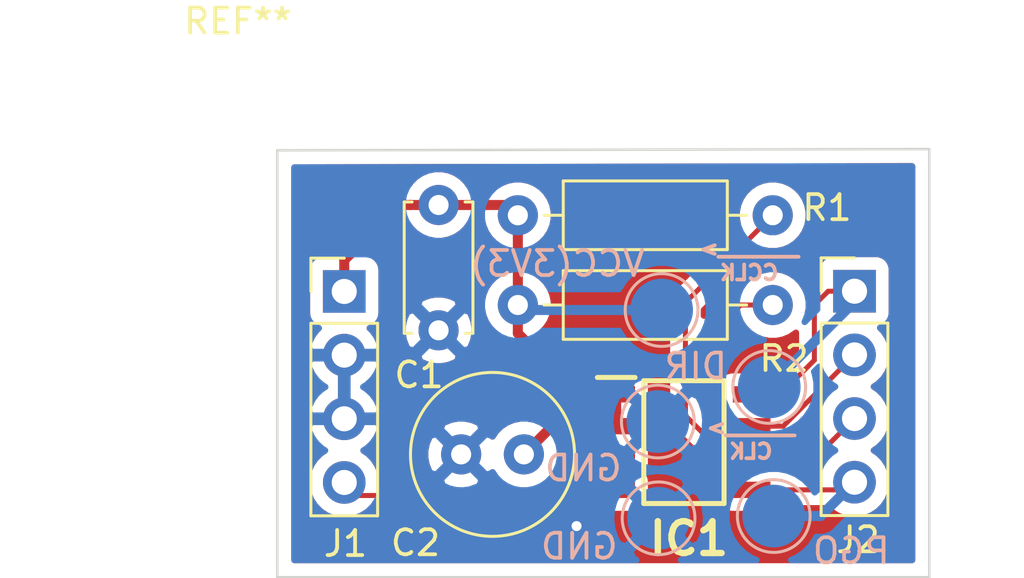
<source format=kicad_pcb>
(kicad_pcb (version 20171130) (host pcbnew 5.1.5+dfsg1-2build2)

  (general
    (thickness 1.6)
    (drawings 6)
    (tracks 49)
    (zones 0)
    (modules 13)
    (nets 8)
  )

  (page A4)
  (layers
    (0 F.Cu signal)
    (31 B.Cu signal)
    (32 B.Adhes user)
    (33 F.Adhes user)
    (34 B.Paste user)
    (35 F.Paste user)
    (36 B.SilkS user)
    (37 F.SilkS user)
    (38 B.Mask user)
    (39 F.Mask user)
    (40 Dwgs.User user)
    (41 Cmts.User user)
    (42 Eco1.User user)
    (43 Eco2.User user)
    (44 Edge.Cuts user)
    (45 Margin user)
    (46 B.CrtYd user)
    (47 F.CrtYd user)
    (48 B.Fab user)
    (49 F.Fab user)
  )

  (setup
    (last_trace_width 0.2)
    (user_trace_width 0.2)
    (user_trace_width 0.4)
    (trace_clearance 0.2)
    (zone_clearance 0.508)
    (zone_45_only no)
    (trace_min 0.2)
    (via_size 0.8)
    (via_drill 0.4)
    (via_min_size 0.4)
    (via_min_drill 0.3)
    (uvia_size 0.3)
    (uvia_drill 0.1)
    (uvias_allowed no)
    (uvia_min_size 0.2)
    (uvia_min_drill 0.1)
    (edge_width 0.05)
    (segment_width 0.2)
    (pcb_text_width 0.3)
    (pcb_text_size 1.5 1.5)
    (mod_edge_width 0.12)
    (mod_text_size 1 1)
    (mod_text_width 0.15)
    (pad_size 2.5 2.5)
    (pad_drill 0)
    (pad_to_mask_clearance 0.051)
    (solder_mask_min_width 0.25)
    (aux_axis_origin 0 0)
    (visible_elements FFFFFF7F)
    (pcbplotparams
      (layerselection 0x010fc_ffffffff)
      (usegerberextensions false)
      (usegerberattributes false)
      (usegerberadvancedattributes false)
      (creategerberjobfile false)
      (excludeedgelayer true)
      (linewidth 0.100000)
      (plotframeref false)
      (viasonmask false)
      (mode 1)
      (useauxorigin false)
      (hpglpennumber 1)
      (hpglpenspeed 20)
      (hpglpendiameter 15.000000)
      (psnegative false)
      (psa4output false)
      (plotreference true)
      (plotvalue true)
      (plotinvisibletext false)
      (padsonsilk false)
      (subtractmaskfromsilk false)
      (outputformat 1)
      (mirror false)
      (drillshape 1)
      (scaleselection 1)
      (outputdirectory ""))
  )

  (net 0 "")
  (net 1 +3V3)
  (net 2 GND)
  (net 3 /DIR)
  (net 4 /SCL)
  (net 5 /SDA)
  (net 6 /PGO)
  (net 7 /OUT)

  (net_class Default "This is the default net class."
    (clearance 0.2)
    (trace_width 0.2)
    (via_dia 0.8)
    (via_drill 0.4)
    (uvia_dia 0.3)
    (uvia_drill 0.1)
    (add_net +3V3)
    (add_net /DIR)
    (add_net /OUT)
    (add_net /PGO)
    (add_net /SCL)
    (add_net /SDA)
    (add_net GND)
  )

  (module MountingHole:MountingHole_2.2mm_M2 (layer F.Cu) (tedit 56D1B4CB) (tstamp 6124B560)
    (at 188.65 143.77)
    (descr "Mounting Hole 2.2mm, no annular, M2")
    (tags "mounting hole 2.2mm no annular m2")
    (attr virtual)
    (fp_text reference REF** (at 0 -3.2) (layer F.SilkS)
      (effects (font (size 1 1) (thickness 0.15)))
    )
    (fp_text value MountingHole_2.2mm_M2 (at 0 3.2) (layer F.Fab)
      (effects (font (size 1 1) (thickness 0.15)))
    )
    (fp_circle (center 0 0) (end 2.45 0) (layer F.CrtYd) (width 0.05))
    (fp_circle (center 0 0) (end 2.2 0) (layer Cmts.User) (width 0.15))
    (fp_text user %R (at 0.3 0) (layer F.Fab)
      (effects (font (size 1 1) (thickness 0.15)))
    )
    (pad 1 np_thru_hole circle (at 0 0) (size 2.2 2.2) (drill 2.2) (layers *.Cu *.Mask))
  )

  (module Resistor_THT:R_Axial_DIN0207_L6.3mm_D2.5mm_P10.16mm_Horizontal (layer F.Cu) (tedit 5AE5139B) (tstamp 61249037)
    (at 199.81 148.31)
    (descr "Resistor, Axial_DIN0207 series, Axial, Horizontal, pin pitch=10.16mm, 0.25W = 1/4W, length*diameter=6.3*2.5mm^2, http://cdn-reichelt.de/documents/datenblatt/B400/1_4W%23YAG.pdf")
    (tags "Resistor Axial_DIN0207 series Axial Horizontal pin pitch 10.16mm 0.25W = 1/4W length 6.3mm diameter 2.5mm")
    (path /61239588)
    (fp_text reference R1 (at 12.32 -0.3) (layer F.SilkS)
      (effects (font (size 1 1) (thickness 0.15)))
    )
    (fp_text value 4.7k (at 5.08 2.37) (layer F.Fab)
      (effects (font (size 1 1) (thickness 0.15)))
    )
    (fp_text user %R (at 5.08 0) (layer F.Fab)
      (effects (font (size 1 1) (thickness 0.15)))
    )
    (fp_line (start 11.21 -1.5) (end -1.05 -1.5) (layer F.CrtYd) (width 0.05))
    (fp_line (start 11.21 1.5) (end 11.21 -1.5) (layer F.CrtYd) (width 0.05))
    (fp_line (start -1.05 1.5) (end 11.21 1.5) (layer F.CrtYd) (width 0.05))
    (fp_line (start -1.05 -1.5) (end -1.05 1.5) (layer F.CrtYd) (width 0.05))
    (fp_line (start 9.12 0) (end 8.35 0) (layer F.SilkS) (width 0.12))
    (fp_line (start 1.04 0) (end 1.81 0) (layer F.SilkS) (width 0.12))
    (fp_line (start 8.35 -1.37) (end 1.81 -1.37) (layer F.SilkS) (width 0.12))
    (fp_line (start 8.35 1.37) (end 8.35 -1.37) (layer F.SilkS) (width 0.12))
    (fp_line (start 1.81 1.37) (end 8.35 1.37) (layer F.SilkS) (width 0.12))
    (fp_line (start 1.81 -1.37) (end 1.81 1.37) (layer F.SilkS) (width 0.12))
    (fp_line (start 10.16 0) (end 8.23 0) (layer F.Fab) (width 0.1))
    (fp_line (start 0 0) (end 1.93 0) (layer F.Fab) (width 0.1))
    (fp_line (start 8.23 -1.25) (end 1.93 -1.25) (layer F.Fab) (width 0.1))
    (fp_line (start 8.23 1.25) (end 8.23 -1.25) (layer F.Fab) (width 0.1))
    (fp_line (start 1.93 1.25) (end 8.23 1.25) (layer F.Fab) (width 0.1))
    (fp_line (start 1.93 -1.25) (end 1.93 1.25) (layer F.Fab) (width 0.1))
    (pad 2 thru_hole oval (at 10.16 0) (size 1.6 1.6) (drill 0.8) (layers *.Cu *.Mask)
      (net 5 /SDA))
    (pad 1 thru_hole circle (at 0 0) (size 1.6 1.6) (drill 0.8) (layers *.Cu *.Mask)
      (net 1 +3V3))
    (model ${KISYS3DMOD}/Resistor_THT.3dshapes/R_Axial_DIN0207_L6.3mm_D2.5mm_P10.16mm_Horizontal.wrl
      (at (xyz 0 0 0))
      (scale (xyz 1 1 1))
      (rotate (xyz 0 0 0))
    )
  )

  (module TestPoint:TestPoint_Pad_D2.5mm (layer B.Cu) (tedit 6123AFEE) (tstamp 61247993)
    (at 209.83 155.16)
    (descr "SMD pad as test Point, diameter 2.5mm")
    (tags "test point SMD pad")
    (path /61275699)
    (attr smd)
    (fp_text reference DIR (at -2.93 -0.83) (layer B.SilkS)
      (effects (font (size 1 1) (thickness 0.15)) (justify mirror))
    )
    (fp_text value TestPoint (at 0 -2.25) (layer B.Fab)
      (effects (font (size 1 1) (thickness 0.15)) (justify mirror))
    )
    (fp_circle (center 0 0) (end 0 -1.45) (layer B.SilkS) (width 0.12))
    (fp_circle (center 0 0) (end 1.75 0) (layer B.CrtYd) (width 0.05))
    (fp_text user %R (at 0 2.15) (layer B.Fab)
      (effects (font (size 1 1) (thickness 0.15)) (justify mirror))
    )
    (pad 1 smd circle (at 0 0) (size 2.5 2.5) (layers B.Cu B.Mask)
      (net 3 /DIR))
  )

  (module TestPoint:TestPoint_Pad_D2.5mm (layer B.Cu) (tedit 6123ABE4) (tstamp 61249BC7)
    (at 205.42 160.4)
    (descr "SMD pad as test Point, diameter 2.5mm")
    (tags "test point SMD pad")
    (path /61275D44)
    (attr smd)
    (fp_text reference GND (at -3.16 1.12) (layer B.SilkS)
      (effects (font (size 1 1) (thickness 0.15)) (justify mirror))
    )
    (fp_text value TestPoint (at 0 -2.25) (layer B.Fab)
      (effects (font (size 1 1) (thickness 0.15)) (justify mirror))
    )
    (fp_circle (center 0 0) (end 0 -1.45) (layer B.SilkS) (width 0.12))
    (fp_circle (center 0 0) (end 1.75 0) (layer B.CrtYd) (width 0.05))
    (pad 1 smd circle (at 0 0) (size 2.5 2.5) (layers B.Cu B.Mask)
      (net 2 GND))
  )

  (module TestPoint:TestPoint_Pad_D2.5mm (layer B.Cu) (tedit 6123ABA5) (tstamp 61249C39)
    (at 205.54 152.09)
    (descr "SMD pad as test Point, diameter 2.5mm")
    (tags "test point SMD pad")
    (path /61274B3F)
    (attr virtual)
    (fp_text reference "VCC(3V3)" (at -4.16 -1.85) (layer B.SilkS)
      (effects (font (size 1 1) (thickness 0.15)) (justify mirror))
    )
    (fp_text value TestPoint (at 0 -2.25) (layer B.Fab)
      (effects (font (size 1 1) (thickness 0.15)) (justify mirror))
    )
    (fp_circle (center 0 0) (end 0 -1.45) (layer B.SilkS) (width 0.12))
    (fp_circle (center 0 0) (end 1.75 0) (layer B.CrtYd) (width 0.05))
    (fp_text user %R (at 0 2.15) (layer B.Fab)
      (effects (font (size 1 1) (thickness 0.15)) (justify mirror))
    )
    (pad 1 smd circle (at 0 0) (size 2.5 2.5) (layers B.Cu B.Mask)
      (net 1 +3V3))
  )

  (module TestPoint:TestPoint_Pad_D2.5mm (layer B.Cu) (tedit 6123ABD0) (tstamp 61249BF3)
    (at 210.01 160.31)
    (descr "SMD pad as test Point, diameter 2.5mm")
    (tags "test point SMD pad")
    (path /61273AD3)
    (attr virtual)
    (fp_text reference PGO (at 3.09 1.39) (layer B.SilkS)
      (effects (font (size 1 1) (thickness 0.15)) (justify mirror))
    )
    (fp_text value TestPoint (at 0 -2.25) (layer B.Fab)
      (effects (font (size 1 1) (thickness 0.15)) (justify mirror))
    )
    (fp_circle (center 0 0) (end 0 -1.45) (layer B.SilkS) (width 0.12))
    (fp_circle (center 0 0) (end 1.75 0) (layer B.CrtYd) (width 0.05))
    (pad 1 smd circle (at 0 0) (size 2.5 2.5) (layers B.Cu B.Mask)
      (net 6 /PGO))
  )

  (module TestPoint:TestPoint_Pad_D2.5mm (layer B.Cu) (tedit 6123ABEF) (tstamp 61249B29)
    (at 205.39 156.54)
    (descr "SMD pad as test Point, diameter 2.5mm")
    (tags "test point SMD pad")
    (path /612B9A0F)
    (attr virtual)
    (fp_text reference GND (at -2.97 1.86) (layer B.SilkS)
      (effects (font (size 1 1) (thickness 0.15)) (justify mirror))
    )
    (fp_text value TestPoint (at 0 -2.25) (layer B.Fab)
      (effects (font (size 1 1) (thickness 0.15)) (justify mirror))
    )
    (fp_circle (center 0 0) (end 0 -1.45) (layer B.SilkS) (width 0.12))
    (fp_circle (center 0 0) (end 1.75 0) (layer B.CrtYd) (width 0.05))
    (fp_text user %R (at 0 2.15) (layer B.Fab)
      (effects (font (size 1 1) (thickness 0.15)) (justify mirror))
    )
    (pad 1 smd circle (at 0 0) (size 2.5 2.5) (layers B.Cu B.Mask)
      (net 2 GND))
  )

  (module Capacitor_THT:C_Disc_D5.0mm_W2.5mm_P5.00mm (layer F.Cu) (tedit 5AE50EF0) (tstamp 61249263)
    (at 196.65 152.9 90)
    (descr "C, Disc series, Radial, pin pitch=5.00mm, , diameter*width=5*2.5mm^2, Capacitor, http://cdn-reichelt.de/documents/datenblatt/B300/DS_KERKO_TC.pdf")
    (tags "C Disc series Radial pin pitch 5.00mm  diameter 5mm width 2.5mm Capacitor")
    (path /6123A1BF)
    (fp_text reference C1 (at -1.78 -0.78 180) (layer F.SilkS)
      (effects (font (size 1 1) (thickness 0.15)))
    )
    (fp_text value 0.1uF (at 2.5 2.5 90) (layer F.Fab)
      (effects (font (size 1 1) (thickness 0.15)))
    )
    (fp_text user %R (at 2.5 0 90) (layer F.Fab)
      (effects (font (size 1 1) (thickness 0.15)))
    )
    (fp_line (start 6.05 -1.5) (end -1.05 -1.5) (layer F.CrtYd) (width 0.05))
    (fp_line (start 6.05 1.5) (end 6.05 -1.5) (layer F.CrtYd) (width 0.05))
    (fp_line (start -1.05 1.5) (end 6.05 1.5) (layer F.CrtYd) (width 0.05))
    (fp_line (start -1.05 -1.5) (end -1.05 1.5) (layer F.CrtYd) (width 0.05))
    (fp_line (start 5.12 1.055) (end 5.12 1.37) (layer F.SilkS) (width 0.12))
    (fp_line (start 5.12 -1.37) (end 5.12 -1.055) (layer F.SilkS) (width 0.12))
    (fp_line (start -0.12 1.055) (end -0.12 1.37) (layer F.SilkS) (width 0.12))
    (fp_line (start -0.12 -1.37) (end -0.12 -1.055) (layer F.SilkS) (width 0.12))
    (fp_line (start -0.12 1.37) (end 5.12 1.37) (layer F.SilkS) (width 0.12))
    (fp_line (start -0.12 -1.37) (end 5.12 -1.37) (layer F.SilkS) (width 0.12))
    (fp_line (start 5 -1.25) (end 0 -1.25) (layer F.Fab) (width 0.1))
    (fp_line (start 5 1.25) (end 5 -1.25) (layer F.Fab) (width 0.1))
    (fp_line (start 0 1.25) (end 5 1.25) (layer F.Fab) (width 0.1))
    (fp_line (start 0 -1.25) (end 0 1.25) (layer F.Fab) (width 0.1))
    (pad 2 thru_hole circle (at 5 0 90) (size 1.6 1.6) (drill 0.8) (layers *.Cu *.Mask)
      (net 1 +3V3))
    (pad 1 thru_hole circle (at 0 0 90) (size 1.6 1.6) (drill 0.8) (layers *.Cu *.Mask)
      (net 2 GND))
    (model ${KISYS3DMOD}/Capacitor_THT.3dshapes/C_Disc_D5.0mm_W2.5mm_P5.00mm.wrl
      (at (xyz 0 0 0))
      (scale (xyz 1 1 1))
      (rotate (xyz 0 0 0))
    )
  )

  (module Resistor_THT:R_Axial_DIN0207_L6.3mm_D2.5mm_P10.16mm_Horizontal (layer F.Cu) (tedit 5AE5139B) (tstamp 6124796B)
    (at 199.81 151.89)
    (descr "Resistor, Axial_DIN0207 series, Axial, Horizontal, pin pitch=10.16mm, 0.25W = 1/4W, length*diameter=6.3*2.5mm^2, http://cdn-reichelt.de/documents/datenblatt/B400/1_4W%23YAG.pdf")
    (tags "Resistor Axial_DIN0207 series Axial Horizontal pin pitch 10.16mm 0.25W = 1/4W length 6.3mm diameter 2.5mm")
    (path /6123992D)
    (fp_text reference R2 (at 10.61 2.14) (layer F.SilkS)
      (effects (font (size 1 1) (thickness 0.15)))
    )
    (fp_text value 4.7k (at 5.08 2.37) (layer F.Fab)
      (effects (font (size 1 1) (thickness 0.15)))
    )
    (fp_text user %R (at 5.08 0) (layer F.Fab)
      (effects (font (size 1 1) (thickness 0.15)))
    )
    (fp_line (start 11.21 -1.5) (end -1.05 -1.5) (layer F.CrtYd) (width 0.05))
    (fp_line (start 11.21 1.5) (end 11.21 -1.5) (layer F.CrtYd) (width 0.05))
    (fp_line (start -1.05 1.5) (end 11.21 1.5) (layer F.CrtYd) (width 0.05))
    (fp_line (start -1.05 -1.5) (end -1.05 1.5) (layer F.CrtYd) (width 0.05))
    (fp_line (start 9.12 0) (end 8.35 0) (layer F.SilkS) (width 0.12))
    (fp_line (start 1.04 0) (end 1.81 0) (layer F.SilkS) (width 0.12))
    (fp_line (start 8.35 -1.37) (end 1.81 -1.37) (layer F.SilkS) (width 0.12))
    (fp_line (start 8.35 1.37) (end 8.35 -1.37) (layer F.SilkS) (width 0.12))
    (fp_line (start 1.81 1.37) (end 8.35 1.37) (layer F.SilkS) (width 0.12))
    (fp_line (start 1.81 -1.37) (end 1.81 1.37) (layer F.SilkS) (width 0.12))
    (fp_line (start 10.16 0) (end 8.23 0) (layer F.Fab) (width 0.1))
    (fp_line (start 0 0) (end 1.93 0) (layer F.Fab) (width 0.1))
    (fp_line (start 8.23 -1.25) (end 1.93 -1.25) (layer F.Fab) (width 0.1))
    (fp_line (start 8.23 1.25) (end 8.23 -1.25) (layer F.Fab) (width 0.1))
    (fp_line (start 1.93 1.25) (end 8.23 1.25) (layer F.Fab) (width 0.1))
    (fp_line (start 1.93 -1.25) (end 1.93 1.25) (layer F.Fab) (width 0.1))
    (pad 2 thru_hole oval (at 10.16 0) (size 1.6 1.6) (drill 0.8) (layers *.Cu *.Mask)
      (net 4 /SCL))
    (pad 1 thru_hole circle (at 0 0) (size 1.6 1.6) (drill 0.8) (layers *.Cu *.Mask)
      (net 1 +3V3))
    (model ${KISYS3DMOD}/Resistor_THT.3dshapes/R_Axial_DIN0207_L6.3mm_D2.5mm_P10.16mm_Horizontal.wrl
      (at (xyz 0 0 0))
      (scale (xyz 1 1 1))
      (rotate (xyz 0 0 0))
    )
  )

  (module Connector_PinHeader_2.54mm:PinHeader_1x04_P2.54mm_Vertical (layer F.Cu) (tedit 59FED5CC) (tstamp 61248BAA)
    (at 213.23 151.34)
    (descr "Through hole straight pin header, 1x04, 2.54mm pitch, single row")
    (tags "Through hole pin header THT 1x04 2.54mm single row")
    (path /61256C81)
    (fp_text reference J2 (at 0.14 9.92) (layer F.SilkS)
      (effects (font (size 1 1) (thickness 0.15)))
    )
    (fp_text value Conn_01x04_Male (at 0 9.95) (layer F.Fab)
      (effects (font (size 1 1) (thickness 0.15)))
    )
    (fp_text user %R (at 0 3.81 90) (layer F.Fab)
      (effects (font (size 1 1) (thickness 0.15)))
    )
    (fp_line (start 1.8 -1.8) (end -1.8 -1.8) (layer F.CrtYd) (width 0.05))
    (fp_line (start 1.8 9.4) (end 1.8 -1.8) (layer F.CrtYd) (width 0.05))
    (fp_line (start -1.8 9.4) (end 1.8 9.4) (layer F.CrtYd) (width 0.05))
    (fp_line (start -1.8 -1.8) (end -1.8 9.4) (layer F.CrtYd) (width 0.05))
    (fp_line (start -1.33 -1.33) (end 0 -1.33) (layer F.SilkS) (width 0.12))
    (fp_line (start -1.33 0) (end -1.33 -1.33) (layer F.SilkS) (width 0.12))
    (fp_line (start -1.33 1.27) (end 1.33 1.27) (layer F.SilkS) (width 0.12))
    (fp_line (start 1.33 1.27) (end 1.33 8.95) (layer F.SilkS) (width 0.12))
    (fp_line (start -1.33 1.27) (end -1.33 8.95) (layer F.SilkS) (width 0.12))
    (fp_line (start -1.33 8.95) (end 1.33 8.95) (layer F.SilkS) (width 0.12))
    (fp_line (start -1.27 -0.635) (end -0.635 -1.27) (layer F.Fab) (width 0.1))
    (fp_line (start -1.27 8.89) (end -1.27 -0.635) (layer F.Fab) (width 0.1))
    (fp_line (start 1.27 8.89) (end -1.27 8.89) (layer F.Fab) (width 0.1))
    (fp_line (start 1.27 -1.27) (end 1.27 8.89) (layer F.Fab) (width 0.1))
    (fp_line (start -0.635 -1.27) (end 1.27 -1.27) (layer F.Fab) (width 0.1))
    (pad 4 thru_hole oval (at 0 7.62) (size 1.7 1.7) (drill 1) (layers *.Cu *.Mask)
      (net 6 /PGO))
    (pad 3 thru_hole oval (at 0 5.08) (size 1.7 1.7) (drill 1) (layers *.Cu *.Mask)
      (net 5 /SDA))
    (pad 2 thru_hole oval (at 0 2.54) (size 1.7 1.7) (drill 1) (layers *.Cu *.Mask)
      (net 4 /SCL))
    (pad 1 thru_hole rect (at 0 0) (size 1.7 1.7) (drill 1) (layers *.Cu *.Mask)
      (net 3 /DIR))
    (model ${KISYS3DMOD}/Connector_PinHeader_2.54mm.3dshapes/PinHeader_1x04_P2.54mm_Vertical.wrl
      (at (xyz 0 0 0))
      (scale (xyz 1 1 1))
      (rotate (xyz 0 0 0))
    )
  )

  (module Connector_PinHeader_2.54mm:PinHeader_1x04_P2.54mm_Vertical (layer F.Cu) (tedit 59FED5CC) (tstamp 61248C1E)
    (at 192.89 151.35)
    (descr "Through hole straight pin header, 1x04, 2.54mm pitch, single row")
    (tags "Through hole pin header THT 1x04 2.54mm single row")
    (path /61256721)
    (fp_text reference J1 (at 0.05 10.06) (layer F.SilkS)
      (effects (font (size 1 1) (thickness 0.15)))
    )
    (fp_text value Conn_01x04_Male (at 0 9.95) (layer F.Fab)
      (effects (font (size 1 1) (thickness 0.15)))
    )
    (fp_text user %R (at 0 3.81 90) (layer F.Fab)
      (effects (font (size 1 1) (thickness 0.15)))
    )
    (fp_line (start 1.8 -1.8) (end -1.8 -1.8) (layer F.CrtYd) (width 0.05))
    (fp_line (start 1.8 9.4) (end 1.8 -1.8) (layer F.CrtYd) (width 0.05))
    (fp_line (start -1.8 9.4) (end 1.8 9.4) (layer F.CrtYd) (width 0.05))
    (fp_line (start -1.8 -1.8) (end -1.8 9.4) (layer F.CrtYd) (width 0.05))
    (fp_line (start -1.33 -1.33) (end 0 -1.33) (layer F.SilkS) (width 0.12))
    (fp_line (start -1.33 0) (end -1.33 -1.33) (layer F.SilkS) (width 0.12))
    (fp_line (start -1.33 1.27) (end 1.33 1.27) (layer F.SilkS) (width 0.12))
    (fp_line (start 1.33 1.27) (end 1.33 8.95) (layer F.SilkS) (width 0.12))
    (fp_line (start -1.33 1.27) (end -1.33 8.95) (layer F.SilkS) (width 0.12))
    (fp_line (start -1.33 8.95) (end 1.33 8.95) (layer F.SilkS) (width 0.12))
    (fp_line (start -1.27 -0.635) (end -0.635 -1.27) (layer F.Fab) (width 0.1))
    (fp_line (start -1.27 8.89) (end -1.27 -0.635) (layer F.Fab) (width 0.1))
    (fp_line (start 1.27 8.89) (end -1.27 8.89) (layer F.Fab) (width 0.1))
    (fp_line (start 1.27 -1.27) (end 1.27 8.89) (layer F.Fab) (width 0.1))
    (fp_line (start -0.635 -1.27) (end 1.27 -1.27) (layer F.Fab) (width 0.1))
    (pad 4 thru_hole oval (at 0 7.62) (size 1.7 1.7) (drill 1) (layers *.Cu *.Mask)
      (net 7 /OUT))
    (pad 3 thru_hole oval (at 0 5.08) (size 1.7 1.7) (drill 1) (layers *.Cu *.Mask)
      (net 2 GND))
    (pad 2 thru_hole oval (at 0 2.54) (size 1.7 1.7) (drill 1) (layers *.Cu *.Mask)
      (net 2 GND))
    (pad 1 thru_hole rect (at 0 0) (size 1.7 1.7) (drill 1) (layers *.Cu *.Mask)
      (net 1 +3V3))
    (model ${KISYS3DMOD}/Connector_PinHeader_2.54mm.3dshapes/PinHeader_1x04_P2.54mm_Vertical.wrl
      (at (xyz 0 0 0))
      (scale (xyz 1 1 1))
      (rotate (xyz 0 0 0))
    )
  )

  (module AS5600-ASOM:SOIC127P600X175-8N (layer F.Cu) (tedit 611E2518) (tstamp 612489D9)
    (at 206.43 157.36)
    (descr SOIC-8)
    (tags "Integrated Circuit")
    (path /612131D2)
    (attr smd)
    (fp_text reference IC1 (at 0.2 3.85) (layer F.SilkS)
      (effects (font (size 1.27 1.27) (thickness 0.254)))
    )
    (fp_text value AS5600-ASOM (at 0 0) (layer F.SilkS) hide
      (effects (font (size 1.27 1.27) (thickness 0.254)))
    )
    (fp_line (start -3.45 -2.58) (end -1.95 -2.58) (layer F.SilkS) (width 0.2))
    (fp_line (start -1.6 2.45) (end -1.6 -2.45) (layer F.SilkS) (width 0.2))
    (fp_line (start 1.6 2.45) (end -1.6 2.45) (layer F.SilkS) (width 0.2))
    (fp_line (start 1.6 -2.45) (end 1.6 2.45) (layer F.SilkS) (width 0.2))
    (fp_line (start -1.6 -2.45) (end 1.6 -2.45) (layer F.SilkS) (width 0.2))
    (fp_line (start -1.95 -1.18) (end -0.68 -2.45) (layer Dwgs.User) (width 0.1))
    (fp_line (start -1.95 2.45) (end -1.95 -2.45) (layer Dwgs.User) (width 0.1))
    (fp_line (start 1.95 2.45) (end -1.95 2.45) (layer Dwgs.User) (width 0.1))
    (fp_line (start 1.95 -2.45) (end 1.95 2.45) (layer Dwgs.User) (width 0.1))
    (fp_line (start -1.95 -2.45) (end 1.95 -2.45) (layer Dwgs.User) (width 0.1))
    (fp_line (start -3.7 2.7) (end -3.7 -2.7) (layer Dwgs.User) (width 0.05))
    (fp_line (start 3.7 2.7) (end -3.7 2.7) (layer Dwgs.User) (width 0.05))
    (fp_line (start 3.7 -2.7) (end 3.7 2.7) (layer Dwgs.User) (width 0.05))
    (fp_line (start -3.7 -2.7) (end 3.7 -2.7) (layer Dwgs.User) (width 0.05))
    (pad 8 smd rect (at 2.7 -1.905 90) (size 0.65 1.5) (layers F.Cu F.Paste F.Mask)
      (net 3 /DIR))
    (pad 7 smd rect (at 2.7 -0.635 90) (size 0.65 1.5) (layers F.Cu F.Paste F.Mask)
      (net 4 /SCL))
    (pad 6 smd rect (at 2.7 0.635 90) (size 0.65 1.5) (layers F.Cu F.Paste F.Mask)
      (net 5 /SDA))
    (pad 5 smd rect (at 2.7 1.905 90) (size 0.65 1.5) (layers F.Cu F.Paste F.Mask)
      (net 6 /PGO))
    (pad 4 smd rect (at -2.7 1.905 90) (size 0.65 1.5) (layers F.Cu F.Paste F.Mask)
      (net 2 GND))
    (pad 3 smd rect (at -2.7 0.635 90) (size 0.65 1.5) (layers F.Cu F.Paste F.Mask)
      (net 7 /OUT))
    (pad 2 smd rect (at -2.7 -0.635 90) (size 0.65 1.5) (layers F.Cu F.Paste F.Mask)
      (net 1 +3V3))
    (pad 1 smd rect (at -2.7 -1.905 90) (size 0.65 1.5) (layers F.Cu F.Paste F.Mask)
      (net 1 +3V3))
    (model ${KIPRJMOD}/component_libraries/AS5600-ASOM/3D/AS5600-ASOM.stp
      (at (xyz 0 0 0))
      (scale (xyz 1 1 1))
      (rotate (xyz 0 0 0))
    )
  )

  (module Capacitor_THT:C_Radial_D6.3mm_H11.0mm_P2.50mm (layer F.Cu) (tedit 5BC5C9B9) (tstamp 612478F3)
    (at 200.05 157.85 180)
    (descr "C, Radial series, Radial, pin pitch=2.50mm, diameter=6.3mm, height=11mm, Non-Polar Electrolytic Capacitor")
    (tags "C Radial series Radial pin pitch 2.50mm diameter 6.3mm height 11mm Non-Polar Electrolytic Capacitor")
    (path /6123B253)
    (fp_text reference C2 (at 4.32 -3.53) (layer F.SilkS)
      (effects (font (size 1 1) (thickness 0.15)))
    )
    (fp_text value 10uF (at 1.25 4.4) (layer F.Fab)
      (effects (font (size 1 1) (thickness 0.15)))
    )
    (fp_text user %R (at 1.25 0) (layer F.Fab)
      (effects (font (size 1 1) (thickness 0.15)))
    )
    (fp_circle (center 1.25 0) (end 4.65 0) (layer F.CrtYd) (width 0.05))
    (fp_circle (center 1.25 0) (end 4.52 0) (layer F.SilkS) (width 0.12))
    (fp_circle (center 1.25 0) (end 4.4 0) (layer F.Fab) (width 0.1))
    (pad 2 thru_hole circle (at 2.5 0 180) (size 1.6 1.6) (drill 0.8) (layers *.Cu *.Mask)
      (net 2 GND))
    (pad 1 thru_hole circle (at 0 0 180) (size 1.6 1.6) (drill 0.8) (layers *.Cu *.Mask)
      (net 1 +3V3))
    (model ${KISYS3DMOD}/Capacitor_THT.3dshapes/C_Radial_D6.3mm_H11.0mm_P2.50mm.wrl
      (at (xyz 0 0 0))
      (scale (xyz 1 1 1))
      (rotate (xyz 0 0 0))
    )
  )

  (gr_text "______>\nCLK" (at 209.1 157.25) (layer B.SilkS) (tstamp 6124ACFC)
    (effects (font (size 0.6 0.6) (thickness 0.15)) (justify mirror))
  )
  (gr_text "_______>\nCCLK" (at 209.03 150.12) (layer B.SilkS)
    (effects (font (size 0.6 0.6) (thickness 0.15)) (justify mirror))
  )
  (gr_line (start 216.21 145.67) (end 216.21 162.75) (layer Edge.Cuts) (width 0.1))
  (gr_line (start 190.22 145.72) (end 216.21 145.67) (layer Edge.Cuts) (width 0.1))
  (gr_line (start 190.22 162.75) (end 190.22 145.72) (layer Edge.Cuts) (width 0.1))
  (gr_line (start 216.21 162.75) (end 190.22 162.75) (layer Edge.Cuts) (width 0.1))

  (segment (start 195.51863 147.9) (end 196.65 147.9) (width 0.4) (layer F.Cu) (net 1))
  (segment (start 195.09 147.9) (end 195.51863 147.9) (width 0.4) (layer F.Cu) (net 1))
  (segment (start 192.89 150.1) (end 195.09 147.9) (width 0.4) (layer F.Cu) (net 1))
  (segment (start 192.89 151.35) (end 192.89 150.1) (width 0.4) (layer F.Cu) (net 1))
  (segment (start 202.775 155.455) (end 203.73 155.455) (width 0.4) (layer F.Cu) (net 1))
  (segment (start 203.73 155.455) (end 203.73 156.725) (width 0.4) (layer F.Cu) (net 1))
  (segment (start 201.175 156.725) (end 203.73 156.725) (width 0.4) (layer F.Cu) (net 1))
  (segment (start 200.05 157.85) (end 201.175 156.725) (width 0.4) (layer F.Cu) (net 1))
  (segment (start 199.4 147.9) (end 199.81 148.31) (width 0.4) (layer F.Cu) (net 1))
  (segment (start 196.65 147.9) (end 199.4 147.9) (width 0.4) (layer F.Cu) (net 1))
  (segment (start 199.81 148.31) (end 199.81 151.89) (width 0.4) (layer F.Cu) (net 1))
  (segment (start 202.24363 155.455) (end 202.775 155.455) (width 0.4) (layer F.Cu) (net 1))
  (segment (start 199.81 153.02137) (end 202.24363 155.455) (width 0.4) (layer F.Cu) (net 1))
  (segment (start 199.81 151.89) (end 199.81 153.02137) (width 0.4) (layer F.Cu) (net 1))
  (segment (start 200.01 152.09) (end 199.81 151.89) (width 0.4) (layer B.Cu) (net 1))
  (segment (start 205.54 152.09) (end 200.01 152.09) (width 0.4) (layer B.Cu) (net 1))
  (via (at 202.15 160.71) (size 0.8) (drill 0.4) (layers F.Cu B.Cu) (net 2))
  (segment (start 202.15 159.695) (end 202.15 160.71) (width 0.4) (layer F.Cu) (net 2))
  (segment (start 203.73 159.265) (end 202.58 159.265) (width 0.4) (layer F.Cu) (net 2))
  (segment (start 202.58 159.265) (end 202.15 159.695) (width 0.4) (layer F.Cu) (net 2))
  (segment (start 212.18 151.34) (end 211.63 151.89) (width 0.2) (layer F.Cu) (net 3))
  (segment (start 213.23 151.34) (end 212.18 151.34) (width 0.2) (layer F.Cu) (net 3))
  (segment (start 209.13 155.455) (end 210.265 155.455) (width 0.2) (layer F.Cu) (net 3))
  (segment (start 211.63 154.09) (end 211.63 151.89) (width 0.2) (layer F.Cu) (net 3))
  (segment (start 210.265 155.455) (end 211.63 154.09) (width 0.2) (layer F.Cu) (net 3))
  (segment (start 213.23 151.71) (end 213.23 151.34) (width 0.4) (layer B.Cu) (net 3))
  (segment (start 213.23 151.76) (end 209.83 155.16) (width 0.4) (layer B.Cu) (net 3))
  (segment (start 213.23 151.34) (end 213.23 151.76) (width 0.4) (layer B.Cu) (net 3))
  (segment (start 210.385 156.725) (end 213.23 153.88) (width 0.2) (layer F.Cu) (net 4))
  (segment (start 209.13 156.725) (end 210.385 156.725) (width 0.2) (layer F.Cu) (net 4))
  (segment (start 208.69 151.89) (end 209.97 151.89) (width 0.2) (layer F.Cu) (net 4))
  (segment (start 207.4 153.18) (end 208.69 151.89) (width 0.2) (layer F.Cu) (net 4))
  (segment (start 207.4 155.945) (end 207.4 153.18) (width 0.2) (layer F.Cu) (net 4))
  (segment (start 208.18 156.725) (end 207.4 155.945) (width 0.2) (layer F.Cu) (net 4))
  (segment (start 209.13 156.725) (end 208.18 156.725) (width 0.2) (layer F.Cu) (net 4))
  (segment (start 211.655 157.995) (end 213.23 156.42) (width 0.2) (layer F.Cu) (net 5))
  (segment (start 209.13 157.995) (end 211.655 157.995) (width 0.2) (layer F.Cu) (net 5))
  (segment (start 208.18 157.995) (end 206.49 156.305) (width 0.2) (layer F.Cu) (net 5))
  (segment (start 209.13 157.995) (end 208.18 157.995) (width 0.2) (layer F.Cu) (net 5))
  (segment (start 206.49 151.79) (end 209.97 148.31) (width 0.2) (layer F.Cu) (net 5))
  (segment (start 206.49 156.305) (end 206.49 151.79) (width 0.2) (layer F.Cu) (net 5))
  (segment (start 212.925 159.265) (end 213.23 158.96) (width 0.2) (layer F.Cu) (net 6))
  (segment (start 209.13 159.265) (end 212.925 159.265) (width 0.2) (layer F.Cu) (net 6))
  (segment (start 211.88 160.31) (end 213.23 158.96) (width 0.4) (layer B.Cu) (net 6))
  (segment (start 210.01 160.31) (end 211.88 160.31) (width 0.4) (layer B.Cu) (net 6))
  (segment (start 202.375 157.995) (end 203.73 157.995) (width 0.2) (layer F.Cu) (net 7))
  (segment (start 200.88 159.49) (end 202.375 157.995) (width 0.2) (layer F.Cu) (net 7))
  (segment (start 193.41 159.49) (end 200.88 159.49) (width 0.2) (layer F.Cu) (net 7))
  (segment (start 192.89 158.97) (end 193.41 159.49) (width 0.2) (layer F.Cu) (net 7))

  (zone (net 0) (net_name "") (layer F.Cu) (tstamp 0) (hatch edge 0.508)
    (connect_pads yes (clearance 0.508))
    (min_thickness 0.254)
    (fill yes (arc_segments 32) (thermal_gap 0.508) (thermal_bridge_width 0.508))
    (polygon
      (pts
        (xy 216.21 162.74) (xy 190.22 162.74) (xy 190.22 145.72) (xy 216.21 145.72)
      )
    )
    (filled_polygon
      (pts
        (xy 215.525001 162.065) (xy 190.905 162.065) (xy 190.905 150.5) (xy 191.401928 150.5) (xy 191.401928 152.2)
        (xy 191.414188 152.324482) (xy 191.450498 152.44418) (xy 191.509463 152.554494) (xy 191.588815 152.651185) (xy 191.685506 152.730537)
        (xy 191.79582 152.789502) (xy 191.86838 152.811513) (xy 191.736525 152.943368) (xy 191.57401 153.186589) (xy 191.462068 153.456842)
        (xy 191.405 153.74374) (xy 191.405 154.03626) (xy 191.462068 154.323158) (xy 191.57401 154.593411) (xy 191.736525 154.836632)
        (xy 191.943368 155.043475) (xy 192.11776 155.16) (xy 191.943368 155.276525) (xy 191.736525 155.483368) (xy 191.57401 155.726589)
        (xy 191.462068 155.996842) (xy 191.405 156.28374) (xy 191.405 156.57626) (xy 191.462068 156.863158) (xy 191.57401 157.133411)
        (xy 191.736525 157.376632) (xy 191.943368 157.583475) (xy 192.11776 157.7) (xy 191.943368 157.816525) (xy 191.736525 158.023368)
        (xy 191.57401 158.266589) (xy 191.462068 158.536842) (xy 191.405 158.82374) (xy 191.405 159.11626) (xy 191.462068 159.403158)
        (xy 191.57401 159.673411) (xy 191.736525 159.916632) (xy 191.943368 160.123475) (xy 192.186589 160.28599) (xy 192.456842 160.397932)
        (xy 192.74374 160.455) (xy 193.03626 160.455) (xy 193.323158 160.397932) (xy 193.593411 160.28599) (xy 193.684689 160.225)
        (xy 200.843895 160.225) (xy 200.88 160.228556) (xy 200.916105 160.225) (xy 201.024085 160.214365) (xy 201.162633 160.172337)
        (xy 201.29032 160.104087) (xy 201.315 160.083832) (xy 201.315 160.096715) (xy 201.232795 160.219744) (xy 201.154774 160.408102)
        (xy 201.115 160.608061) (xy 201.115 160.811939) (xy 201.154774 161.011898) (xy 201.232795 161.200256) (xy 201.346063 161.369774)
        (xy 201.490226 161.513937) (xy 201.659744 161.627205) (xy 201.848102 161.705226) (xy 202.048061 161.745) (xy 202.251939 161.745)
        (xy 202.451898 161.705226) (xy 202.640256 161.627205) (xy 202.809774 161.513937) (xy 202.953937 161.369774) (xy 203.067205 161.200256)
        (xy 203.145226 161.011898) (xy 203.185 160.811939) (xy 203.185 160.608061) (xy 203.145226 160.408102) (xy 203.070655 160.228072)
        (xy 204.48 160.228072) (xy 204.604482 160.215812) (xy 204.72418 160.179502) (xy 204.834494 160.120537) (xy 204.931185 160.041185)
        (xy 205.010537 159.944494) (xy 205.069502 159.83418) (xy 205.105812 159.714482) (xy 205.118072 159.59) (xy 205.118072 158.94)
        (xy 205.105812 158.815518) (xy 205.069502 158.69582) (xy 205.03432 158.63) (xy 205.069502 158.56418) (xy 205.105812 158.444482)
        (xy 205.118072 158.32) (xy 205.118072 157.67) (xy 205.105812 157.545518) (xy 205.069502 157.42582) (xy 205.03432 157.36)
        (xy 205.069502 157.29418) (xy 205.105812 157.174482) (xy 205.118072 157.05) (xy 205.118072 156.4) (xy 205.105812 156.275518)
        (xy 205.069502 156.15582) (xy 205.03432 156.09) (xy 205.069502 156.02418) (xy 205.105812 155.904482) (xy 205.118072 155.78)
        (xy 205.118072 155.13) (xy 205.105812 155.005518) (xy 205.069502 154.88582) (xy 205.010537 154.775506) (xy 204.931185 154.678815)
        (xy 204.834494 154.599463) (xy 204.72418 154.540498) (xy 204.604482 154.504188) (xy 204.48 154.491928) (xy 202.98 154.491928)
        (xy 202.855518 154.504188) (xy 202.73582 154.540498) (xy 202.625506 154.599463) (xy 202.600482 154.62) (xy 202.589499 154.62)
        (xy 200.849447 152.879949) (xy 200.924637 152.804759) (xy 201.08168 152.569727) (xy 201.189853 152.308574) (xy 201.245 152.031335)
        (xy 201.245 151.79) (xy 205.751444 151.79) (xy 205.755001 151.826115) (xy 205.755 156.268895) (xy 205.751444 156.305)
        (xy 205.765635 156.449085) (xy 205.771142 156.467238) (xy 205.807663 156.587632) (xy 205.875913 156.715319) (xy 205.967762 156.827237)
        (xy 205.995808 156.850254) (xy 207.634746 158.489193) (xy 207.657762 158.517238) (xy 207.76968 158.609087) (xy 207.82193 158.637015)
        (xy 207.790498 158.69582) (xy 207.754188 158.815518) (xy 207.741928 158.94) (xy 207.741928 159.59) (xy 207.754188 159.714482)
        (xy 207.790498 159.83418) (xy 207.849463 159.944494) (xy 207.928815 160.041185) (xy 208.025506 160.120537) (xy 208.13582 160.179502)
        (xy 208.255518 160.215812) (xy 208.38 160.228072) (xy 209.88 160.228072) (xy 210.004482 160.215812) (xy 210.12418 160.179502)
        (xy 210.234494 160.120537) (xy 210.331185 160.041185) (xy 210.364985 160) (xy 212.169893 160) (xy 212.283368 160.113475)
        (xy 212.526589 160.27599) (xy 212.796842 160.387932) (xy 213.08374 160.445) (xy 213.37626 160.445) (xy 213.663158 160.387932)
        (xy 213.933411 160.27599) (xy 214.176632 160.113475) (xy 214.383475 159.906632) (xy 214.54599 159.663411) (xy 214.657932 159.393158)
        (xy 214.715 159.10626) (xy 214.715 158.81374) (xy 214.657932 158.526842) (xy 214.54599 158.256589) (xy 214.383475 158.013368)
        (xy 214.176632 157.806525) (xy 214.00224 157.69) (xy 214.176632 157.573475) (xy 214.383475 157.366632) (xy 214.54599 157.123411)
        (xy 214.657932 156.853158) (xy 214.715 156.56626) (xy 214.715 156.27374) (xy 214.657932 155.986842) (xy 214.54599 155.716589)
        (xy 214.383475 155.473368) (xy 214.176632 155.266525) (xy 214.00224 155.15) (xy 214.176632 155.033475) (xy 214.383475 154.826632)
        (xy 214.54599 154.583411) (xy 214.657932 154.313158) (xy 214.715 154.02626) (xy 214.715 153.73374) (xy 214.657932 153.446842)
        (xy 214.54599 153.176589) (xy 214.383475 152.933368) (xy 214.25162 152.801513) (xy 214.32418 152.779502) (xy 214.434494 152.720537)
        (xy 214.531185 152.641185) (xy 214.610537 152.544494) (xy 214.669502 152.43418) (xy 214.705812 152.314482) (xy 214.718072 152.19)
        (xy 214.718072 150.49) (xy 214.705812 150.365518) (xy 214.669502 150.24582) (xy 214.610537 150.135506) (xy 214.531185 150.038815)
        (xy 214.434494 149.959463) (xy 214.32418 149.900498) (xy 214.204482 149.864188) (xy 214.08 149.851928) (xy 212.38 149.851928)
        (xy 212.255518 149.864188) (xy 212.13582 149.900498) (xy 212.025506 149.959463) (xy 211.928815 150.038815) (xy 211.849463 150.135506)
        (xy 211.790498 150.24582) (xy 211.754188 150.365518) (xy 211.741928 150.49) (xy 211.741928 150.748689) (xy 211.657762 150.817762)
        (xy 211.634746 150.845807) (xy 211.250057 151.230497) (xy 211.24168 151.210273) (xy 211.084637 150.975241) (xy 210.884759 150.775363)
        (xy 210.649727 150.61832) (xy 210.388574 150.510147) (xy 210.111335 150.455) (xy 209.828665 150.455) (xy 209.551426 150.510147)
        (xy 209.290273 150.61832) (xy 209.055241 150.775363) (xy 208.855363 150.975241) (xy 208.735252 151.155) (xy 208.726094 151.155)
        (xy 208.689999 151.151445) (xy 208.653904 151.155) (xy 208.653895 151.155) (xy 208.545915 151.165635) (xy 208.407367 151.207663)
        (xy 208.27968 151.275913) (xy 208.167762 151.367762) (xy 208.144746 151.395807) (xy 207.225 152.315554) (xy 207.225 152.094446)
        (xy 209.616625 149.702822) (xy 209.828665 149.745) (xy 210.111335 149.745) (xy 210.388574 149.689853) (xy 210.649727 149.58168)
        (xy 210.884759 149.424637) (xy 211.084637 149.224759) (xy 211.24168 148.989727) (xy 211.349853 148.728574) (xy 211.405 148.451335)
        (xy 211.405 148.168665) (xy 211.349853 147.891426) (xy 211.24168 147.630273) (xy 211.084637 147.395241) (xy 210.884759 147.195363)
        (xy 210.649727 147.03832) (xy 210.388574 146.930147) (xy 210.111335 146.875) (xy 209.828665 146.875) (xy 209.551426 146.930147)
        (xy 209.290273 147.03832) (xy 209.055241 147.195363) (xy 208.855363 147.395241) (xy 208.69832 147.630273) (xy 208.590147 147.891426)
        (xy 208.535 148.168665) (xy 208.535 148.451335) (xy 208.577178 148.663375) (xy 205.995808 151.244746) (xy 205.967763 151.267762)
        (xy 205.875914 151.37968) (xy 205.820108 151.484086) (xy 205.807664 151.507367) (xy 205.765635 151.645915) (xy 205.751444 151.79)
        (xy 201.245 151.79) (xy 201.245 151.748665) (xy 201.189853 151.471426) (xy 201.08168 151.210273) (xy 200.924637 150.975241)
        (xy 200.724759 150.775363) (xy 200.645 150.72207) (xy 200.645 149.47793) (xy 200.724759 149.424637) (xy 200.924637 149.224759)
        (xy 201.08168 148.989727) (xy 201.189853 148.728574) (xy 201.245 148.451335) (xy 201.245 148.168665) (xy 201.189853 147.891426)
        (xy 201.08168 147.630273) (xy 200.924637 147.395241) (xy 200.724759 147.195363) (xy 200.489727 147.03832) (xy 200.228574 146.930147)
        (xy 199.951335 146.875) (xy 199.668665 146.875) (xy 199.391426 146.930147) (xy 199.130273 147.03832) (xy 199.090343 147.065)
        (xy 197.81793 147.065) (xy 197.764637 146.985241) (xy 197.564759 146.785363) (xy 197.329727 146.62832) (xy 197.068574 146.520147)
        (xy 196.791335 146.465) (xy 196.508665 146.465) (xy 196.231426 146.520147) (xy 195.970273 146.62832) (xy 195.735241 146.785363)
        (xy 195.535363 146.985241) (xy 195.48207 147.065) (xy 195.131018 147.065) (xy 195.09 147.06096) (xy 195.048981 147.065)
        (xy 194.926311 147.077082) (xy 194.768913 147.124828) (xy 194.623854 147.202364) (xy 194.496709 147.306709) (xy 194.470563 147.338568)
        (xy 192.328574 149.480559) (xy 192.29671 149.506709) (xy 192.270562 149.538571) (xy 192.192364 149.633855) (xy 192.114828 149.778914)
        (xy 192.089646 149.861928) (xy 192.04 149.861928) (xy 191.915518 149.874188) (xy 191.79582 149.910498) (xy 191.685506 149.969463)
        (xy 191.588815 150.048815) (xy 191.509463 150.145506) (xy 191.450498 150.25582) (xy 191.414188 150.375518) (xy 191.401928 150.5)
        (xy 190.905 150.5) (xy 190.905 146.403683) (xy 215.525 146.356319)
      )
    )
    (filled_polygon
      (pts
        (xy 195.535363 148.814759) (xy 195.735241 149.014637) (xy 195.970273 149.17168) (xy 196.231426 149.279853) (xy 196.508665 149.335)
        (xy 196.791335 149.335) (xy 197.068574 149.279853) (xy 197.329727 149.17168) (xy 197.564759 149.014637) (xy 197.764637 148.814759)
        (xy 197.81793 148.735) (xy 198.432809 148.735) (xy 198.53832 148.989727) (xy 198.695363 149.224759) (xy 198.895241 149.424637)
        (xy 198.975 149.47793) (xy 198.975001 150.722069) (xy 198.895241 150.775363) (xy 198.695363 150.975241) (xy 198.53832 151.210273)
        (xy 198.430147 151.471426) (xy 198.375 151.748665) (xy 198.375 152.031335) (xy 198.430147 152.308574) (xy 198.53832 152.569727)
        (xy 198.695363 152.804759) (xy 198.895241 153.004637) (xy 198.97453 153.057616) (xy 198.987082 153.185058) (xy 199.034828 153.342456)
        (xy 199.102831 153.46968) (xy 199.112365 153.487516) (xy 199.21671 153.614661) (xy 199.248574 153.640811) (xy 201.497761 155.89)
        (xy 201.216007 155.89) (xy 201.174999 155.885961) (xy 201.133991 155.89) (xy 201.133981 155.89) (xy 201.011311 155.902082)
        (xy 200.853913 155.949828) (xy 200.708854 156.027364) (xy 200.581709 156.131709) (xy 200.555558 156.163574) (xy 200.285418 156.433714)
        (xy 200.191335 156.415) (xy 199.908665 156.415) (xy 199.631426 156.470147) (xy 199.370273 156.57832) (xy 199.135241 156.735363)
        (xy 198.935363 156.935241) (xy 198.8 157.137827) (xy 198.664637 156.935241) (xy 198.464759 156.735363) (xy 198.229727 156.57832)
        (xy 197.968574 156.470147) (xy 197.691335 156.415) (xy 197.408665 156.415) (xy 197.131426 156.470147) (xy 196.870273 156.57832)
        (xy 196.635241 156.735363) (xy 196.435363 156.935241) (xy 196.27832 157.170273) (xy 196.170147 157.431426) (xy 196.115 157.708665)
        (xy 196.115 157.991335) (xy 196.170147 158.268574) (xy 196.27832 158.529727) (xy 196.428842 158.755) (xy 194.361327 158.755)
        (xy 194.317932 158.536842) (xy 194.20599 158.266589) (xy 194.043475 158.023368) (xy 193.836632 157.816525) (xy 193.66224 157.7)
        (xy 193.836632 157.583475) (xy 194.043475 157.376632) (xy 194.20599 157.133411) (xy 194.317932 156.863158) (xy 194.375 156.57626)
        (xy 194.375 156.28374) (xy 194.317932 155.996842) (xy 194.20599 155.726589) (xy 194.043475 155.483368) (xy 193.836632 155.276525)
        (xy 193.66224 155.16) (xy 193.836632 155.043475) (xy 194.043475 154.836632) (xy 194.20599 154.593411) (xy 194.317932 154.323158)
        (xy 194.375 154.03626) (xy 194.375 153.74374) (xy 194.317932 153.456842) (xy 194.20599 153.186589) (xy 194.043475 152.943368)
        (xy 193.91162 152.811513) (xy 193.98418 152.789502) (xy 194.041871 152.758665) (xy 195.215 152.758665) (xy 195.215 153.041335)
        (xy 195.270147 153.318574) (xy 195.37832 153.579727) (xy 195.535363 153.814759) (xy 195.735241 154.014637) (xy 195.970273 154.17168)
        (xy 196.231426 154.279853) (xy 196.508665 154.335) (xy 196.791335 154.335) (xy 197.068574 154.279853) (xy 197.329727 154.17168)
        (xy 197.564759 154.014637) (xy 197.764637 153.814759) (xy 197.92168 153.579727) (xy 198.029853 153.318574) (xy 198.085 153.041335)
        (xy 198.085 152.758665) (xy 198.029853 152.481426) (xy 197.92168 152.220273) (xy 197.764637 151.985241) (xy 197.564759 151.785363)
        (xy 197.329727 151.62832) (xy 197.068574 151.520147) (xy 196.791335 151.465) (xy 196.508665 151.465) (xy 196.231426 151.520147)
        (xy 195.970273 151.62832) (xy 195.735241 151.785363) (xy 195.535363 151.985241) (xy 195.37832 152.220273) (xy 195.270147 152.481426)
        (xy 195.215 152.758665) (xy 194.041871 152.758665) (xy 194.094494 152.730537) (xy 194.191185 152.651185) (xy 194.270537 152.554494)
        (xy 194.329502 152.44418) (xy 194.365812 152.324482) (xy 194.378072 152.2) (xy 194.378072 150.5) (xy 194.365812 150.375518)
        (xy 194.329502 150.25582) (xy 194.270537 150.145506) (xy 194.191185 150.048815) (xy 194.153214 150.017653) (xy 195.435869 148.735)
        (xy 195.48207 148.735)
      )
    )
    (filled_polygon
      (pts
        (xy 198.928842 158.755) (xy 198.671158 158.755) (xy 198.8 158.562173)
      )
    )
    (filled_polygon
      (pts
        (xy 201.485 157.845553) (xy 201.485 157.708665) (xy 201.466286 157.614582) (xy 201.520868 157.56) (xy 201.770553 157.56)
      )
    )
    (filled_polygon
      (pts
        (xy 211.745 156.56626) (xy 211.794656 156.815897) (xy 211.350554 157.26) (xy 210.891688 157.26) (xy 210.907238 157.247238)
        (xy 210.930259 157.219187) (xy 211.745 156.404446)
      )
    )
    (filled_polygon
      (pts
        (xy 208.855363 152.804759) (xy 209.055241 153.004637) (xy 209.290273 153.16168) (xy 209.551426 153.269853) (xy 209.828665 153.325)
        (xy 210.111335 153.325) (xy 210.388574 153.269853) (xy 210.649727 153.16168) (xy 210.884759 153.004637) (xy 210.895 152.994396)
        (xy 210.895 153.785553) (xy 210.134526 154.546028) (xy 210.12418 154.540498) (xy 210.004482 154.504188) (xy 209.88 154.491928)
        (xy 208.38 154.491928) (xy 208.255518 154.504188) (xy 208.13582 154.540498) (xy 208.135 154.540936) (xy 208.135 153.484446)
        (xy 208.839071 152.780376)
      )
    )
  )
  (zone (net 2) (net_name GND) (layer B.Cu) (tstamp 0) (hatch edge 0.508)
    (connect_pads (clearance 0.508))
    (min_thickness 0.254)
    (fill yes (arc_segments 32) (thermal_gap 0.508) (thermal_bridge_width 0.508))
    (polygon
      (pts
        (xy 216.21 162.74) (xy 190.22 162.74) (xy 190.22 145.72) (xy 216.21 145.72)
      )
    )
    (filled_polygon
      (pts
        (xy 215.525001 162.065) (xy 210.698799 162.065) (xy 210.902882 161.980466) (xy 211.211618 161.774175) (xy 211.474175 161.511618)
        (xy 211.680466 161.202882) (xy 211.704441 161.145) (xy 211.838982 161.145) (xy 211.88 161.14904) (xy 211.921018 161.145)
        (xy 211.921019 161.145) (xy 212.043689 161.132918) (xy 212.201087 161.085172) (xy 212.346146 161.007636) (xy 212.473291 160.903291)
        (xy 212.499446 160.871421) (xy 212.95206 160.418807) (xy 213.08374 160.445) (xy 213.37626 160.445) (xy 213.663158 160.387932)
        (xy 213.933411 160.27599) (xy 214.176632 160.113475) (xy 214.383475 159.906632) (xy 214.54599 159.663411) (xy 214.657932 159.393158)
        (xy 214.715 159.10626) (xy 214.715 158.81374) (xy 214.657932 158.526842) (xy 214.54599 158.256589) (xy 214.383475 158.013368)
        (xy 214.176632 157.806525) (xy 214.00224 157.69) (xy 214.176632 157.573475) (xy 214.383475 157.366632) (xy 214.54599 157.123411)
        (xy 214.657932 156.853158) (xy 214.715 156.56626) (xy 214.715 156.27374) (xy 214.657932 155.986842) (xy 214.54599 155.716589)
        (xy 214.383475 155.473368) (xy 214.176632 155.266525) (xy 214.00224 155.15) (xy 214.176632 155.033475) (xy 214.383475 154.826632)
        (xy 214.54599 154.583411) (xy 214.657932 154.313158) (xy 214.715 154.02626) (xy 214.715 153.73374) (xy 214.657932 153.446842)
        (xy 214.54599 153.176589) (xy 214.383475 152.933368) (xy 214.25162 152.801513) (xy 214.32418 152.779502) (xy 214.434494 152.720537)
        (xy 214.531185 152.641185) (xy 214.610537 152.544494) (xy 214.669502 152.43418) (xy 214.705812 152.314482) (xy 214.718072 152.19)
        (xy 214.718072 150.49) (xy 214.705812 150.365518) (xy 214.669502 150.24582) (xy 214.610537 150.135506) (xy 214.531185 150.038815)
        (xy 214.434494 149.959463) (xy 214.32418 149.900498) (xy 214.204482 149.864188) (xy 214.08 149.851928) (xy 212.38 149.851928)
        (xy 212.255518 149.864188) (xy 212.13582 149.900498) (xy 212.025506 149.959463) (xy 211.928815 150.038815) (xy 211.849463 150.135506)
        (xy 211.790498 150.24582) (xy 211.754188 150.365518) (xy 211.741928 150.49) (xy 211.741928 152.067204) (xy 211.243288 152.565844)
        (xy 211.349853 152.308574) (xy 211.405 152.031335) (xy 211.405 151.748665) (xy 211.349853 151.471426) (xy 211.24168 151.210273)
        (xy 211.084637 150.975241) (xy 210.884759 150.775363) (xy 210.649727 150.61832) (xy 210.388574 150.510147) (xy 210.111335 150.455)
        (xy 209.828665 150.455) (xy 209.551426 150.510147) (xy 209.290273 150.61832) (xy 209.055241 150.775363) (xy 208.855363 150.975241)
        (xy 208.69832 151.210273) (xy 208.590147 151.471426) (xy 208.535 151.748665) (xy 208.535 152.031335) (xy 208.590147 152.308574)
        (xy 208.69832 152.569727) (xy 208.855363 152.804759) (xy 209.055241 153.004637) (xy 209.290273 153.16168) (xy 209.551426 153.269853)
        (xy 209.610822 153.281668) (xy 209.280166 153.347439) (xy 208.937118 153.489534) (xy 208.628382 153.695825) (xy 208.365825 153.958382)
        (xy 208.159534 154.267118) (xy 208.017439 154.610166) (xy 207.945 154.974344) (xy 207.945 155.345656) (xy 208.017439 155.709834)
        (xy 208.159534 156.052882) (xy 208.365825 156.361618) (xy 208.628382 156.624175) (xy 208.937118 156.830466) (xy 209.280166 156.972561)
        (xy 209.644344 157.045) (xy 210.015656 157.045) (xy 210.379834 156.972561) (xy 210.722882 156.830466) (xy 211.031618 156.624175)
        (xy 211.294175 156.361618) (xy 211.500466 156.052882) (xy 211.642561 155.709834) (xy 211.715 155.345656) (xy 211.715 154.974344)
        (xy 211.642561 154.610166) (xy 211.618585 154.552282) (xy 211.818365 154.352502) (xy 211.91401 154.583411) (xy 212.076525 154.826632)
        (xy 212.283368 155.033475) (xy 212.45776 155.15) (xy 212.283368 155.266525) (xy 212.076525 155.473368) (xy 211.91401 155.716589)
        (xy 211.802068 155.986842) (xy 211.745 156.27374) (xy 211.745 156.56626) (xy 211.802068 156.853158) (xy 211.91401 157.123411)
        (xy 212.076525 157.366632) (xy 212.283368 157.573475) (xy 212.45776 157.69) (xy 212.283368 157.806525) (xy 212.076525 158.013368)
        (xy 211.91401 158.256589) (xy 211.802068 158.526842) (xy 211.745 158.81374) (xy 211.745 159.10626) (xy 211.771193 159.23794)
        (xy 211.645037 159.364095) (xy 211.474175 159.108382) (xy 211.211618 158.845825) (xy 210.902882 158.639534) (xy 210.559834 158.497439)
        (xy 210.195656 158.425) (xy 209.824344 158.425) (xy 209.460166 158.497439) (xy 209.117118 158.639534) (xy 208.808382 158.845825)
        (xy 208.545825 159.108382) (xy 208.339534 159.417118) (xy 208.197439 159.760166) (xy 208.125 160.124344) (xy 208.125 160.495656)
        (xy 208.197439 160.859834) (xy 208.339534 161.202882) (xy 208.545825 161.511618) (xy 208.808382 161.774175) (xy 209.117118 161.980466)
        (xy 209.321201 162.065) (xy 206.313173 162.065) (xy 206.428086 162.003577) (xy 206.554 161.713605) (xy 205.42 160.579605)
        (xy 204.286 161.713605) (xy 204.411914 162.003577) (xy 204.534945 162.065) (xy 190.905 162.065) (xy 190.905 158.82374)
        (xy 191.405 158.82374) (xy 191.405 159.11626) (xy 191.462068 159.403158) (xy 191.57401 159.673411) (xy 191.736525 159.916632)
        (xy 191.943368 160.123475) (xy 192.186589 160.28599) (xy 192.456842 160.397932) (xy 192.74374 160.455) (xy 193.03626 160.455)
        (xy 193.047792 160.452706) (xy 203.526611 160.452706) (xy 203.573275 160.821075) (xy 203.690906 161.173262) (xy 203.816423 161.408086)
        (xy 204.106395 161.534) (xy 205.240395 160.4) (xy 205.599605 160.4) (xy 206.733605 161.534) (xy 207.023577 161.408086)
        (xy 207.189433 161.075874) (xy 207.28729 160.717688) (xy 207.313389 160.347294) (xy 207.266725 159.978925) (xy 207.149094 159.626738)
        (xy 207.023577 159.391914) (xy 206.733605 159.266) (xy 205.599605 160.4) (xy 205.240395 160.4) (xy 204.106395 159.266)
        (xy 203.816423 159.391914) (xy 203.650567 159.724126) (xy 203.55271 160.082312) (xy 203.526611 160.452706) (xy 193.047792 160.452706)
        (xy 193.323158 160.397932) (xy 193.593411 160.28599) (xy 193.836632 160.123475) (xy 194.043475 159.916632) (xy 194.20599 159.673411)
        (xy 194.317932 159.403158) (xy 194.375 159.11626) (xy 194.375 158.842702) (xy 196.736903 158.842702) (xy 196.808486 159.086671)
        (xy 197.063996 159.207571) (xy 197.338184 159.2763) (xy 197.620512 159.290217) (xy 197.90013 159.248787) (xy 198.166292 159.153603)
        (xy 198.291514 159.086671) (xy 198.363097 158.842702) (xy 197.55 158.029605) (xy 196.736903 158.842702) (xy 194.375 158.842702)
        (xy 194.375 158.82374) (xy 194.317932 158.536842) (xy 194.20599 158.266589) (xy 194.043475 158.023368) (xy 193.940619 157.920512)
        (xy 196.109783 157.920512) (xy 196.151213 158.20013) (xy 196.246397 158.466292) (xy 196.313329 158.591514) (xy 196.557298 158.663097)
        (xy 197.370395 157.85) (xy 197.729605 157.85) (xy 198.542702 158.663097) (xy 198.786671 158.591514) (xy 198.800324 158.562659)
        (xy 198.935363 158.764759) (xy 199.135241 158.964637) (xy 199.370273 159.12168) (xy 199.631426 159.229853) (xy 199.908665 159.285)
        (xy 200.191335 159.285) (xy 200.468574 159.229853) (xy 200.729727 159.12168) (xy 200.782534 159.086395) (xy 204.286 159.086395)
        (xy 205.42 160.220395) (xy 206.554 159.086395) (xy 206.428086 158.796423) (xy 206.095874 158.630567) (xy 205.737688 158.53271)
        (xy 205.367294 158.506611) (xy 204.998925 158.553275) (xy 204.646738 158.670906) (xy 204.411914 158.796423) (xy 204.286 159.086395)
        (xy 200.782534 159.086395) (xy 200.964759 158.964637) (xy 201.164637 158.764759) (xy 201.32168 158.529727) (xy 201.429853 158.268574)
        (xy 201.485 157.991335) (xy 201.485 157.853605) (xy 204.256 157.853605) (xy 204.381914 158.143577) (xy 204.714126 158.309433)
        (xy 205.072312 158.40729) (xy 205.442706 158.433389) (xy 205.811075 158.386725) (xy 206.163262 158.269094) (xy 206.398086 158.143577)
        (xy 206.524 157.853605) (xy 205.39 156.719605) (xy 204.256 157.853605) (xy 201.485 157.853605) (xy 201.485 157.708665)
        (xy 201.429853 157.431426) (xy 201.32168 157.170273) (xy 201.164637 156.935241) (xy 200.964759 156.735363) (xy 200.751258 156.592706)
        (xy 203.496611 156.592706) (xy 203.543275 156.961075) (xy 203.660906 157.313262) (xy 203.786423 157.548086) (xy 204.076395 157.674)
        (xy 205.210395 156.54) (xy 205.569605 156.54) (xy 206.703605 157.674) (xy 206.993577 157.548086) (xy 207.159433 157.215874)
        (xy 207.25729 156.857688) (xy 207.283389 156.487294) (xy 207.236725 156.118925) (xy 207.119094 155.766738) (xy 206.993577 155.531914)
        (xy 206.703605 155.406) (xy 205.569605 156.54) (xy 205.210395 156.54) (xy 204.076395 155.406) (xy 203.786423 155.531914)
        (xy 203.620567 155.864126) (xy 203.52271 156.222312) (xy 203.496611 156.592706) (xy 200.751258 156.592706) (xy 200.729727 156.57832)
        (xy 200.468574 156.470147) (xy 200.191335 156.415) (xy 199.908665 156.415) (xy 199.631426 156.470147) (xy 199.370273 156.57832)
        (xy 199.135241 156.735363) (xy 198.935363 156.935241) (xy 198.801308 157.135869) (xy 198.786671 157.108486) (xy 198.542702 157.036903)
        (xy 197.729605 157.85) (xy 197.370395 157.85) (xy 196.557298 157.036903) (xy 196.313329 157.108486) (xy 196.192429 157.363996)
        (xy 196.1237 157.638184) (xy 196.109783 157.920512) (xy 193.940619 157.920512) (xy 193.836632 157.816525) (xy 193.654466 157.694805)
        (xy 193.771355 157.625178) (xy 193.987588 157.430269) (xy 194.161641 157.19692) (xy 194.286825 156.934099) (xy 194.31012 156.857298)
        (xy 196.736903 156.857298) (xy 197.55 157.670395) (xy 198.363097 156.857298) (xy 198.291514 156.613329) (xy 198.036004 156.492429)
        (xy 197.761816 156.4237) (xy 197.479488 156.409783) (xy 197.19987 156.451213) (xy 196.933708 156.546397) (xy 196.808486 156.613329)
        (xy 196.736903 156.857298) (xy 194.31012 156.857298) (xy 194.331476 156.78689) (xy 194.210155 156.557) (xy 193.017 156.557)
        (xy 193.017 156.577) (xy 192.763 156.577) (xy 192.763 156.557) (xy 191.569845 156.557) (xy 191.448524 156.78689)
        (xy 191.493175 156.934099) (xy 191.618359 157.19692) (xy 191.792412 157.430269) (xy 192.008645 157.625178) (xy 192.125534 157.694805)
        (xy 191.943368 157.816525) (xy 191.736525 158.023368) (xy 191.57401 158.266589) (xy 191.462068 158.536842) (xy 191.405 158.82374)
        (xy 190.905 158.82374) (xy 190.905 154.24689) (xy 191.448524 154.24689) (xy 191.493175 154.394099) (xy 191.618359 154.65692)
        (xy 191.792412 154.890269) (xy 192.008645 155.085178) (xy 192.134255 155.16) (xy 192.008645 155.234822) (xy 191.792412 155.429731)
        (xy 191.618359 155.66308) (xy 191.493175 155.925901) (xy 191.448524 156.07311) (xy 191.569845 156.303) (xy 192.763 156.303)
        (xy 192.763 154.017) (xy 193.017 154.017) (xy 193.017 156.303) (xy 194.210155 156.303) (xy 194.331476 156.07311)
        (xy 194.286825 155.925901) (xy 194.161641 155.66308) (xy 193.987588 155.429731) (xy 193.771355 155.234822) (xy 193.757208 155.226395)
        (xy 204.256 155.226395) (xy 205.39 156.360395) (xy 206.524 155.226395) (xy 206.398086 154.936423) (xy 206.065874 154.770567)
        (xy 205.707688 154.67271) (xy 205.337294 154.646611) (xy 204.968925 154.693275) (xy 204.616738 154.810906) (xy 204.381914 154.936423)
        (xy 204.256 155.226395) (xy 193.757208 155.226395) (xy 193.645745 155.16) (xy 193.771355 155.085178) (xy 193.987588 154.890269)
        (xy 194.161641 154.65692) (xy 194.286825 154.394099) (xy 194.331476 154.24689) (xy 194.210155 154.017) (xy 193.017 154.017)
        (xy 192.763 154.017) (xy 191.569845 154.017) (xy 191.448524 154.24689) (xy 190.905 154.24689) (xy 190.905 153.892702)
        (xy 195.836903 153.892702) (xy 195.908486 154.136671) (xy 196.163996 154.257571) (xy 196.438184 154.3263) (xy 196.720512 154.340217)
        (xy 197.00013 154.298787) (xy 197.266292 154.203603) (xy 197.391514 154.136671) (xy 197.463097 153.892702) (xy 196.65 153.079605)
        (xy 195.836903 153.892702) (xy 190.905 153.892702) (xy 190.905 150.5) (xy 191.401928 150.5) (xy 191.401928 152.2)
        (xy 191.414188 152.324482) (xy 191.450498 152.44418) (xy 191.509463 152.554494) (xy 191.588815 152.651185) (xy 191.685506 152.730537)
        (xy 191.79582 152.789502) (xy 191.876466 152.813966) (xy 191.792412 152.889731) (xy 191.618359 153.12308) (xy 191.493175 153.385901)
        (xy 191.448524 153.53311) (xy 191.569845 153.763) (xy 192.763 153.763) (xy 192.763 153.743) (xy 193.017 153.743)
        (xy 193.017 153.763) (xy 194.210155 153.763) (xy 194.331476 153.53311) (xy 194.286825 153.385901) (xy 194.161641 153.12308)
        (xy 194.047842 152.970512) (xy 195.209783 152.970512) (xy 195.251213 153.25013) (xy 195.346397 153.516292) (xy 195.413329 153.641514)
        (xy 195.657298 153.713097) (xy 196.470395 152.9) (xy 196.829605 152.9) (xy 197.642702 153.713097) (xy 197.886671 153.641514)
        (xy 198.007571 153.386004) (xy 198.0763 153.111816) (xy 198.090217 152.829488) (xy 198.048787 152.54987) (xy 197.953603 152.283708)
        (xy 197.886671 152.158486) (xy 197.642702 152.086903) (xy 196.829605 152.9) (xy 196.470395 152.9) (xy 195.657298 152.086903)
        (xy 195.413329 152.158486) (xy 195.292429 152.413996) (xy 195.2237 152.688184) (xy 195.209783 152.970512) (xy 194.047842 152.970512)
        (xy 193.987588 152.889731) (xy 193.903534 152.813966) (xy 193.98418 152.789502) (xy 194.094494 152.730537) (xy 194.191185 152.651185)
        (xy 194.270537 152.554494) (xy 194.329502 152.44418) (xy 194.365812 152.324482) (xy 194.378072 152.2) (xy 194.378072 151.907298)
        (xy 195.836903 151.907298) (xy 196.65 152.720395) (xy 197.463097 151.907298) (xy 197.416553 151.748665) (xy 198.375 151.748665)
        (xy 198.375 152.031335) (xy 198.430147 152.308574) (xy 198.53832 152.569727) (xy 198.695363 152.804759) (xy 198.895241 153.004637)
        (xy 199.130273 153.16168) (xy 199.391426 153.269853) (xy 199.668665 153.325) (xy 199.951335 153.325) (xy 200.228574 153.269853)
        (xy 200.489727 153.16168) (xy 200.724759 153.004637) (xy 200.804396 152.925) (xy 203.845559 152.925) (xy 203.869534 152.982882)
        (xy 204.075825 153.291618) (xy 204.338382 153.554175) (xy 204.647118 153.760466) (xy 204.990166 153.902561) (xy 205.354344 153.975)
        (xy 205.725656 153.975) (xy 206.089834 153.902561) (xy 206.432882 153.760466) (xy 206.741618 153.554175) (xy 207.004175 153.291618)
        (xy 207.210466 152.982882) (xy 207.352561 152.639834) (xy 207.425 152.275656) (xy 207.425 151.904344) (xy 207.352561 151.540166)
        (xy 207.210466 151.197118) (xy 207.004175 150.888382) (xy 206.741618 150.625825) (xy 206.432882 150.419534) (xy 206.089834 150.277439)
        (xy 205.725656 150.205) (xy 205.354344 150.205) (xy 204.990166 150.277439) (xy 204.647118 150.419534) (xy 204.338382 150.625825)
        (xy 204.075825 150.888382) (xy 203.869534 151.197118) (xy 203.845559 151.255) (xy 201.100207 151.255) (xy 201.08168 151.210273)
        (xy 200.924637 150.975241) (xy 200.724759 150.775363) (xy 200.489727 150.61832) (xy 200.228574 150.510147) (xy 199.951335 150.455)
        (xy 199.668665 150.455) (xy 199.391426 150.510147) (xy 199.130273 150.61832) (xy 198.895241 150.775363) (xy 198.695363 150.975241)
        (xy 198.53832 151.210273) (xy 198.430147 151.471426) (xy 198.375 151.748665) (xy 197.416553 151.748665) (xy 197.391514 151.663329)
        (xy 197.136004 151.542429) (xy 196.861816 151.4737) (xy 196.579488 151.459783) (xy 196.29987 151.501213) (xy 196.033708 151.596397)
        (xy 195.908486 151.663329) (xy 195.836903 151.907298) (xy 194.378072 151.907298) (xy 194.378072 150.5) (xy 194.365812 150.375518)
        (xy 194.329502 150.25582) (xy 194.270537 150.145506) (xy 194.191185 150.048815) (xy 194.094494 149.969463) (xy 193.98418 149.910498)
        (xy 193.864482 149.874188) (xy 193.74 149.861928) (xy 192.04 149.861928) (xy 191.915518 149.874188) (xy 191.79582 149.910498)
        (xy 191.685506 149.969463) (xy 191.588815 150.048815) (xy 191.509463 150.145506) (xy 191.450498 150.25582) (xy 191.414188 150.375518)
        (xy 191.401928 150.5) (xy 190.905 150.5) (xy 190.905 147.758665) (xy 195.215 147.758665) (xy 195.215 148.041335)
        (xy 195.270147 148.318574) (xy 195.37832 148.579727) (xy 195.535363 148.814759) (xy 195.735241 149.014637) (xy 195.970273 149.17168)
        (xy 196.231426 149.279853) (xy 196.508665 149.335) (xy 196.791335 149.335) (xy 197.068574 149.279853) (xy 197.329727 149.17168)
        (xy 197.564759 149.014637) (xy 197.764637 148.814759) (xy 197.92168 148.579727) (xy 198.029853 148.318574) (xy 198.059672 148.168665)
        (xy 198.375 148.168665) (xy 198.375 148.451335) (xy 198.430147 148.728574) (xy 198.53832 148.989727) (xy 198.695363 149.224759)
        (xy 198.895241 149.424637) (xy 199.130273 149.58168) (xy 199.391426 149.689853) (xy 199.668665 149.745) (xy 199.951335 149.745)
        (xy 200.228574 149.689853) (xy 200.489727 149.58168) (xy 200.724759 149.424637) (xy 200.924637 149.224759) (xy 201.08168 148.989727)
        (xy 201.189853 148.728574) (xy 201.245 148.451335) (xy 201.245 148.168665) (xy 208.535 148.168665) (xy 208.535 148.451335)
        (xy 208.590147 148.728574) (xy 208.69832 148.989727) (xy 208.855363 149.224759) (xy 209.055241 149.424637) (xy 209.290273 149.58168)
        (xy 209.551426 149.689853) (xy 209.828665 149.745) (xy 210.111335 149.745) (xy 210.388574 149.689853) (xy 210.649727 149.58168)
        (xy 210.884759 149.424637) (xy 211.084637 149.224759) (xy 211.24168 148.989727) (xy 211.349853 148.728574) (xy 211.405 148.451335)
        (xy 211.405 148.168665) (xy 211.349853 147.891426) (xy 211.24168 147.630273) (xy 211.084637 147.395241) (xy 210.884759 147.195363)
        (xy 210.649727 147.03832) (xy 210.388574 146.930147) (xy 210.111335 146.875) (xy 209.828665 146.875) (xy 209.551426 146.930147)
        (xy 209.290273 147.03832) (xy 209.055241 147.195363) (xy 208.855363 147.395241) (xy 208.69832 147.630273) (xy 208.590147 147.891426)
        (xy 208.535 148.168665) (xy 201.245 148.168665) (xy 201.189853 147.891426) (xy 201.08168 147.630273) (xy 200.924637 147.395241)
        (xy 200.724759 147.195363) (xy 200.489727 147.03832) (xy 200.228574 146.930147) (xy 199.951335 146.875) (xy 199.668665 146.875)
        (xy 199.391426 146.930147) (xy 199.130273 147.03832) (xy 198.895241 147.195363) (xy 198.695363 147.395241) (xy 198.53832 147.630273)
        (xy 198.430147 147.891426) (xy 198.375 148.168665) (xy 198.059672 148.168665) (xy 198.085 148.041335) (xy 198.085 147.758665)
        (xy 198.029853 147.481426) (xy 197.92168 147.220273) (xy 197.764637 146.985241) (xy 197.564759 146.785363) (xy 197.329727 146.62832)
        (xy 197.068574 146.520147) (xy 196.791335 146.465) (xy 196.508665 146.465) (xy 196.231426 146.520147) (xy 195.970273 146.62832)
        (xy 195.735241 146.785363) (xy 195.535363 146.985241) (xy 195.37832 147.220273) (xy 195.270147 147.481426) (xy 195.215 147.758665)
        (xy 190.905 147.758665) (xy 190.905 146.403683) (xy 215.525 146.356319)
      )
    )
  )
)

</source>
